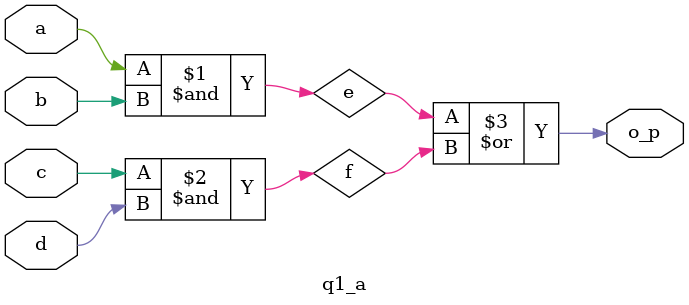
<source format=v>
`timescale 1ns / 1ps
module q1_a(a,b,c,d,o_p);
input a,b,c,d;
output o_p;
wire e,f;
and g1(e,a,b);
and g2(f,c,d);
or g3(o_p,e,f);
endmodule

</source>
